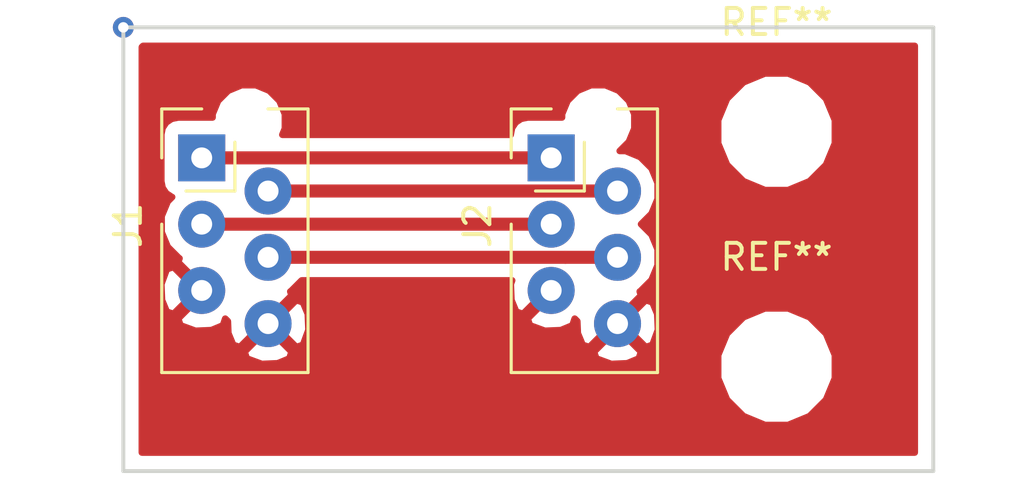
<source format=kicad_pcb>
(kicad_pcb (version 20171130) (host pcbnew 5.0.2-bee76a0~70~ubuntu18.04.1)

  (general
    (thickness 1.6)
    (drawings 4)
    (tracks 6)
    (zones 0)
    (modules 4)
    (nets 6)
  )

  (page A4)
  (layers
    (0 F.Cu signal)
    (31 B.Cu signal)
    (32 B.Adhes user)
    (33 F.Adhes user)
    (34 B.Paste user)
    (35 F.Paste user)
    (36 B.SilkS user)
    (37 F.SilkS user)
    (38 B.Mask user)
    (39 F.Mask user)
    (40 Dwgs.User user)
    (41 Cmts.User user)
    (42 Eco1.User user)
    (43 Eco2.User user)
    (44 Edge.Cuts user)
    (45 Margin user)
    (46 B.CrtYd user)
    (47 F.CrtYd user)
    (48 B.Fab user)
    (49 F.Fab user)
  )

  (setup
    (last_trace_width 0.25)
    (trace_clearance 0.2)
    (zone_clearance 0.508)
    (zone_45_only no)
    (trace_min 0.2)
    (segment_width 0.2)
    (edge_width 0.15)
    (via_size 0.8)
    (via_drill 0.4)
    (via_min_size 0.4)
    (via_min_drill 0.3)
    (uvia_size 0.3)
    (uvia_drill 0.1)
    (uvias_allowed no)
    (uvia_min_size 0.2)
    (uvia_min_drill 0.1)
    (pcb_text_width 0.3)
    (pcb_text_size 1.5 1.5)
    (mod_edge_width 0.15)
    (mod_text_size 1 1)
    (mod_text_width 0.15)
    (pad_size 1.524 1.524)
    (pad_drill 0.762)
    (pad_to_mask_clearance 0.051)
    (solder_mask_min_width 0.25)
    (aux_axis_origin 0 0)
    (visible_elements FFFFFF7F)
    (pcbplotparams
      (layerselection 0x01000_7fffffff)
      (usegerberextensions false)
      (usegerberattributes false)
      (usegerberadvancedattributes false)
      (creategerberjobfile false)
      (excludeedgelayer true)
      (linewidth 0.100000)
      (plotframeref false)
      (viasonmask false)
      (mode 1)
      (useauxorigin false)
      (hpglpennumber 1)
      (hpglpenspeed 20)
      (hpglpendiameter 15.000000)
      (psnegative false)
      (psa4output false)
      (plotreference true)
      (plotvalue true)
      (plotinvisibletext false)
      (padsonsilk false)
      (subtractmaskfromsilk false)
      (outputformat 1)
      (mirror false)
      (drillshape 0)
      (scaleselection 1)
      (outputdirectory "grb/"))
  )

  (net 0 "")
  (net 1 GND)
  (net 2 /SCK)
  (net 3 /SDO)
  (net 4 /SS)
  (net 5 /SDI)

  (net_class Default "This is the default net class."
    (clearance 0.2)
    (trace_width 0.25)
    (via_dia 0.8)
    (via_drill 0.4)
    (uvia_dia 0.3)
    (uvia_drill 0.1)
    (add_net /SCK)
    (add_net /SDI)
    (add_net /SDO)
    (add_net /SS)
    (add_net GND)
  )

  (module custom_lib:TE-Connectivity_Micro-Match_connector_02x03_Pitch_1.27mm (layer F.Cu) (tedit 59BA7DB1) (tstamp 5E3FDC03)
    (at 3 5.000001)
    (descr "TE-Connectivity Micro-Match connector, female, 02x02, board mount, 1.27mm pitch, 215079-6")
    (tags "connector, TE-Connectivity, female")
    (path /5E297B02)
    (fp_text reference J1 (at -2.8205 2.5875 90) (layer F.SilkS)
      (effects (font (size 1 1) (thickness 0.15)))
    )
    (fp_text value Conn_01x06_Female (at 0 9.8) (layer F.Fab)
      (effects (font (size 1 1) (thickness 0.15)))
    )
    (fp_line (start -1.8 8.725) (end -1.8 -2.475) (layer F.CrtYd) (width 0.05))
    (fp_line (start -1.8 8.725) (end 4.4 8.725) (layer F.CrtYd) (width 0.05))
    (fp_line (start -1.53 2.54) (end -1.53 8.225) (layer F.SilkS) (width 0.12))
    (fp_line (start -1.33 -1.675) (end -1.33 8.025) (layer F.Fab) (width 0.1))
    (fp_line (start -1.33 8.025) (end 3.87 8.025) (layer F.Fab) (width 0.1))
    (fp_line (start 3.87 -1.675) (end 3.87 8.025) (layer F.Fab) (width 0.1))
    (fp_line (start -1.33 -1.675) (end 3.87 -1.675) (layer F.Fab) (width 0.1))
    (fp_line (start -1.53 8.225) (end 4.07 8.225) (layer F.SilkS) (width 0.12))
    (fp_line (start 4.07 -1.875) (end 4.07 8.225) (layer F.SilkS) (width 0.12))
    (fp_line (start 2.54 -1.875) (end 4.07 -1.875) (layer F.SilkS) (width 0.12))
    (fp_line (start 1.27 -0.6) (end 1.27 1.27) (layer F.SilkS) (width 0.12))
    (fp_line (start 1.27 1.27) (end -0.6 1.27) (layer F.SilkS) (width 0.12))
    (fp_line (start -1.53 0) (end -1.53 -1.875) (layer F.SilkS) (width 0.12))
    (fp_line (start -1.53 -1.875) (end 0 -1.875) (layer F.SilkS) (width 0.12))
    (fp_line (start 4.4 8.725) (end 4.4 -2.475) (layer F.CrtYd) (width 0.05))
    (fp_line (start -1.8 -2.475) (end 4.4 -2.475) (layer F.CrtYd) (width 0.05))
    (fp_text user %R (at -2.8205 2.5875 90) (layer F.Fab)
      (effects (font (size 1 1) (thickness 0.15)))
    )
    (pad 6 thru_hole circle (at 2.54 6.35) (size 1.8 1.8) (drill 0.8001) (layers *.Cu *.Mask)
      (net 1 GND))
    (pad 5 thru_hole circle (at 0 5.08) (size 1.8 1.8) (drill 0.8001) (layers *.Cu *.Mask)
      (net 1 GND))
    (pad 1 thru_hole rect (at 0 0) (size 1.8 1.8) (drill 0.8001) (layers *.Cu *.Mask)
      (net 2 /SCK))
    (pad 2 thru_hole circle (at 2.54 1.27) (size 1.8 1.8) (drill 0.8001) (layers *.Cu *.Mask)
      (net 3 /SDO))
    (pad 3 thru_hole circle (at 0 2.54) (size 1.8 1.8) (drill 0.8001) (layers *.Cu *.Mask)
      (net 4 /SS))
    (pad 4 thru_hole circle (at 2.54 3.81) (size 1.8 1.8) (drill 0.8001) (layers *.Cu *.Mask)
      (net 5 /SDI))
    (pad "" np_thru_hole circle (at 1.8 -1.4) (size 1.5001 1.5001) (drill 1.5001) (layers *.Cu *.Mask))
    (model ../../_3Dmodels/Connectors_TE-Connectivity.3dshapes/c-215079-4-t-3d.wrl
      (at (xyz 0 0 0))
      (scale (xyz 1 1 1))
      (rotate (xyz 0 0 0))
    )
  )

  (module custom_lib:TE-Connectivity_Micro-Match_connector_02x03_Pitch_1.27mm (layer F.Cu) (tedit 59BA7DB1) (tstamp 5E3FDD15)
    (at 16.375001 5.000001)
    (descr "TE-Connectivity Micro-Match connector, female, 02x02, board mount, 1.27mm pitch, 215079-6")
    (tags "connector, TE-Connectivity, female")
    (path /5E297BF8)
    (fp_text reference J2 (at -2.8205 2.5875 90) (layer F.SilkS)
      (effects (font (size 1 1) (thickness 0.15)))
    )
    (fp_text value Conn_01x06_Female (at 0 9.8) (layer F.Fab)
      (effects (font (size 1 1) (thickness 0.15)))
    )
    (fp_text user %R (at -2.8205 2.5875 90) (layer F.Fab)
      (effects (font (size 1 1) (thickness 0.15)))
    )
    (fp_line (start -1.8 -2.475) (end 4.4 -2.475) (layer F.CrtYd) (width 0.05))
    (fp_line (start 4.4 8.725) (end 4.4 -2.475) (layer F.CrtYd) (width 0.05))
    (fp_line (start -1.53 -1.875) (end 0 -1.875) (layer F.SilkS) (width 0.12))
    (fp_line (start -1.53 0) (end -1.53 -1.875) (layer F.SilkS) (width 0.12))
    (fp_line (start 1.27 1.27) (end -0.6 1.27) (layer F.SilkS) (width 0.12))
    (fp_line (start 1.27 -0.6) (end 1.27 1.27) (layer F.SilkS) (width 0.12))
    (fp_line (start 2.54 -1.875) (end 4.07 -1.875) (layer F.SilkS) (width 0.12))
    (fp_line (start 4.07 -1.875) (end 4.07 8.225) (layer F.SilkS) (width 0.12))
    (fp_line (start -1.53 8.225) (end 4.07 8.225) (layer F.SilkS) (width 0.12))
    (fp_line (start -1.33 -1.675) (end 3.87 -1.675) (layer F.Fab) (width 0.1))
    (fp_line (start 3.87 -1.675) (end 3.87 8.025) (layer F.Fab) (width 0.1))
    (fp_line (start -1.33 8.025) (end 3.87 8.025) (layer F.Fab) (width 0.1))
    (fp_line (start -1.33 -1.675) (end -1.33 8.025) (layer F.Fab) (width 0.1))
    (fp_line (start -1.53 2.54) (end -1.53 8.225) (layer F.SilkS) (width 0.12))
    (fp_line (start -1.8 8.725) (end 4.4 8.725) (layer F.CrtYd) (width 0.05))
    (fp_line (start -1.8 8.725) (end -1.8 -2.475) (layer F.CrtYd) (width 0.05))
    (pad "" np_thru_hole circle (at 1.8 -1.4) (size 1.5001 1.5001) (drill 1.5001) (layers *.Cu *.Mask))
    (pad 4 thru_hole circle (at 2.54 3.81) (size 1.8 1.8) (drill 0.8001) (layers *.Cu *.Mask)
      (net 5 /SDI))
    (pad 3 thru_hole circle (at 0 2.54) (size 1.8 1.8) (drill 0.8001) (layers *.Cu *.Mask)
      (net 4 /SS))
    (pad 2 thru_hole circle (at 2.54 1.27) (size 1.8 1.8) (drill 0.8001) (layers *.Cu *.Mask)
      (net 3 /SDO))
    (pad 1 thru_hole rect (at 0 0) (size 1.8 1.8) (drill 0.8001) (layers *.Cu *.Mask)
      (net 2 /SCK))
    (pad 5 thru_hole circle (at 0 5.08) (size 1.8 1.8) (drill 0.8001) (layers *.Cu *.Mask)
      (net 1 GND))
    (pad 6 thru_hole circle (at 2.54 6.35) (size 1.8 1.8) (drill 0.8001) (layers *.Cu *.Mask)
      (net 1 GND))
    (model ../../_3Dmodels/Connectors_TE-Connectivity.3dshapes/c-215079-4-t-3d.wrl
      (at (xyz 0 0 0))
      (scale (xyz 1 1 1))
      (rotate (xyz 0 0 0))
    )
  )

  (module MountingHole:MountingHole_3.2mm_M3 (layer F.Cu) (tedit 56D1B4CB) (tstamp 5E3FE1B4)
    (at 25 4)
    (descr "Mounting Hole 3.2mm, no annular, M3")
    (tags "mounting hole 3.2mm no annular m3")
    (attr virtual)
    (fp_text reference REF** (at 0 -4.2) (layer F.SilkS)
      (effects (font (size 1 1) (thickness 0.15)))
    )
    (fp_text value MountingHole_3.2mm_M3 (at 0 4.2) (layer F.Fab)
      (effects (font (size 1 1) (thickness 0.15)))
    )
    (fp_circle (center 0 0) (end 3.45 0) (layer F.CrtYd) (width 0.05))
    (fp_circle (center 0 0) (end 3.2 0) (layer Cmts.User) (width 0.15))
    (fp_text user %R (at 0.3 0) (layer F.Fab)
      (effects (font (size 1 1) (thickness 0.15)))
    )
    (pad 1 np_thru_hole circle (at 0 0) (size 3.2 3.2) (drill 3.2) (layers *.Cu *.Mask))
  )

  (module MountingHole:MountingHole_3.2mm_M3 (layer F.Cu) (tedit 56D1B4CB) (tstamp 5E3FE1C3)
    (at 25 13)
    (descr "Mounting Hole 3.2mm, no annular, M3")
    (tags "mounting hole 3.2mm no annular m3")
    (attr virtual)
    (fp_text reference REF** (at 0 -4.2) (layer F.SilkS)
      (effects (font (size 1 1) (thickness 0.15)))
    )
    (fp_text value MountingHole_3.2mm_M3 (at 0 4.2) (layer F.Fab)
      (effects (font (size 1 1) (thickness 0.15)))
    )
    (fp_circle (center 0 0) (end 3.45 0) (layer F.CrtYd) (width 0.05))
    (fp_circle (center 0 0) (end 3.2 0) (layer Cmts.User) (width 0.15))
    (fp_text user %R (at 0.3 0) (layer F.Fab)
      (effects (font (size 1 1) (thickness 0.15)))
    )
    (pad 1 np_thru_hole circle (at 0 0) (size 3.2 3.2) (drill 3.2) (layers *.Cu *.Mask))
  )

  (gr_line (start 0 17) (end 0 0) (layer Edge.Cuts) (width 0.15))
  (gr_line (start 31 17) (end 0 17) (layer Edge.Cuts) (width 0.15))
  (gr_line (start 31 0) (end 31 17) (layer Edge.Cuts) (width 0.15))
  (gr_line (start 0 0) (end 31 0) (layer Edge.Cuts) (width 0.15))

  (via (at 0 0) (size 0.8) (drill 0.4) (layers F.Cu B.Cu) (net 0))
  (segment (start 3 5.000001) (end 16.375001 5.000001) (width 0.5) (layer F.Cu) (net 2))
  (segment (start 5.54 6.270001) (end 18.915001 6.270001) (width 0.5) (layer F.Cu) (net 3))
  (segment (start 3 7.540001) (end 16.375001 7.540001) (width 0.5) (layer F.Cu) (net 4))
  (segment (start 16.918003 8.810001) (end 18.915001 8.810001) (width 0.5) (layer F.Cu) (net 5))
  (segment (start 5.54 8.810001) (end 16.918003 8.810001) (width 0.5) (layer F.Cu) (net 5))

  (zone (net 1) (net_name GND) (layer F.Cu) (tstamp 0) (hatch edge 0.508)
    (connect_pads (clearance 0.508))
    (min_thickness 0.254)
    (fill yes (arc_segments 16) (thermal_gap 0.508) (thermal_bridge_width 0.508))
    (polygon
      (pts
        (xy 0 0) (xy 31 0) (xy 31 17) (xy 0 17)
      )
    )
    (filled_polygon
      (pts
        (xy 30.290001 16.29) (xy 0.71 16.29) (xy 0.71 12.43016) (xy 4.639446 12.43016) (xy 4.725852 12.686644)
        (xy 5.299336 12.896459) (xy 5.90946 12.87084) (xy 6.354148 12.686644) (xy 6.440554 12.43016) (xy 18.014447 12.43016)
        (xy 18.100853 12.686644) (xy 18.674337 12.896459) (xy 19.284461 12.87084) (xy 19.729149 12.686644) (xy 19.773352 12.555431)
        (xy 22.765 12.555431) (xy 22.765 13.444569) (xy 23.105259 14.266026) (xy 23.733974 14.894741) (xy 24.555431 15.235)
        (xy 25.444569 15.235) (xy 26.266026 14.894741) (xy 26.894741 14.266026) (xy 27.235 13.444569) (xy 27.235 12.555431)
        (xy 26.894741 11.733974) (xy 26.266026 11.105259) (xy 25.444569 10.765) (xy 24.555431 10.765) (xy 23.733974 11.105259)
        (xy 23.105259 11.733974) (xy 22.765 12.555431) (xy 19.773352 12.555431) (xy 19.815555 12.43016) (xy 18.915001 11.529606)
        (xy 18.014447 12.43016) (xy 6.440554 12.43016) (xy 5.54 11.529606) (xy 4.639446 12.43016) (xy 0.71 12.43016)
        (xy 0.71 9.839337) (xy 1.453542 9.839337) (xy 1.479161 10.449461) (xy 1.663357 10.894149) (xy 1.919841 10.980555)
        (xy 2.820395 10.080001) (xy 1.919841 9.179447) (xy 1.663357 9.265853) (xy 1.453542 9.839337) (xy 0.71 9.839337)
        (xy 0.71 4.100001) (xy 1.45256 4.100001) (xy 1.45256 5.900001) (xy 1.501843 6.147766) (xy 1.642191 6.35781)
        (xy 1.852235 6.498158) (xy 1.867908 6.501276) (xy 1.69869 6.670494) (xy 1.465 7.234671) (xy 1.465 7.845331)
        (xy 1.69869 8.409508) (xy 2.130493 8.841311) (xy 2.150115 8.849439) (xy 2.099446 8.999842) (xy 3 9.900396)
        (xy 3.014143 9.886254) (xy 3.193748 10.065859) (xy 3.179605 10.080001) (xy 3.193748 10.094144) (xy 3.014143 10.273749)
        (xy 3 10.259606) (xy 2.099446 11.16016) (xy 2.185852 11.416644) (xy 2.759336 11.626459) (xy 3.36946 11.60084)
        (xy 3.814148 11.416644) (xy 3.900553 11.160162) (xy 3.999845 11.259454) (xy 4.019161 11.719461) (xy 4.203357 12.164149)
        (xy 4.459841 12.250555) (xy 5.360395 11.350001) (xy 5.719605 11.350001) (xy 6.620159 12.250555) (xy 6.876643 12.164149)
        (xy 7.086458 11.590665) (xy 7.060839 10.980541) (xy 6.876643 10.535853) (xy 6.620159 10.449447) (xy 5.719605 11.350001)
        (xy 5.360395 11.350001) (xy 5.346253 11.335859) (xy 5.525858 11.156254) (xy 5.54 11.170396) (xy 6.440554 10.269842)
        (xy 6.389885 10.119439) (xy 6.409507 10.111311) (xy 6.825817 9.695001) (xy 14.88135 9.695001) (xy 14.828543 9.839337)
        (xy 14.854162 10.449461) (xy 15.038358 10.894149) (xy 15.294842 10.980555) (xy 16.195396 10.080001) (xy 16.181254 10.065859)
        (xy 16.360859 9.886254) (xy 16.375001 9.900396) (xy 16.389144 9.886254) (xy 16.568749 10.065859) (xy 16.554606 10.080001)
        (xy 16.568749 10.094144) (xy 16.389144 10.273749) (xy 16.375001 10.259606) (xy 15.474447 11.16016) (xy 15.560853 11.416644)
        (xy 16.134337 11.626459) (xy 16.744461 11.60084) (xy 17.189149 11.416644) (xy 17.275554 11.160162) (xy 17.374846 11.259454)
        (xy 17.394162 11.719461) (xy 17.578358 12.164149) (xy 17.834842 12.250555) (xy 18.735396 11.350001) (xy 19.094606 11.350001)
        (xy 19.99516 12.250555) (xy 20.251644 12.164149) (xy 20.461459 11.590665) (xy 20.43584 10.980541) (xy 20.251644 10.535853)
        (xy 19.99516 10.449447) (xy 19.094606 11.350001) (xy 18.735396 11.350001) (xy 18.721254 11.335859) (xy 18.900859 11.156254)
        (xy 18.915001 11.170396) (xy 19.815555 10.269842) (xy 19.764886 10.119439) (xy 19.784508 10.111311) (xy 20.216311 9.679508)
        (xy 20.450001 9.115331) (xy 20.450001 8.504671) (xy 20.216311 7.940494) (xy 19.815818 7.540001) (xy 20.216311 7.139508)
        (xy 20.450001 6.575331) (xy 20.450001 5.964671) (xy 20.216311 5.400494) (xy 19.784508 4.968691) (xy 19.220331 4.735001)
        (xy 18.998758 4.735001) (xy 19.34919 4.384569) (xy 19.560051 3.875505) (xy 19.560051 3.555431) (xy 22.765 3.555431)
        (xy 22.765 4.444569) (xy 23.105259 5.266026) (xy 23.733974 5.894741) (xy 24.555431 6.235) (xy 25.444569 6.235)
        (xy 26.266026 5.894741) (xy 26.894741 5.266026) (xy 27.235 4.444569) (xy 27.235 3.555431) (xy 26.894741 2.733974)
        (xy 26.266026 2.105259) (xy 25.444569 1.765) (xy 24.555431 1.765) (xy 23.733974 2.105259) (xy 23.105259 2.733974)
        (xy 22.765 3.555431) (xy 19.560051 3.555431) (xy 19.560051 3.324497) (xy 19.34919 2.815433) (xy 18.959569 2.425812)
        (xy 18.450505 2.214951) (xy 17.899497 2.214951) (xy 17.390433 2.425812) (xy 17.000812 2.815433) (xy 16.789951 3.324497)
        (xy 16.789951 3.452561) (xy 15.475001 3.452561) (xy 15.227236 3.501844) (xy 15.017192 3.642192) (xy 14.876844 3.852236)
        (xy 14.827561 4.100001) (xy 14.827561 4.115001) (xy 6.085848 4.115001) (xy 6.18505 3.875505) (xy 6.18505 3.324497)
        (xy 5.974189 2.815433) (xy 5.584568 2.425812) (xy 5.075504 2.214951) (xy 4.524496 2.214951) (xy 4.015432 2.425812)
        (xy 3.625811 2.815433) (xy 3.41495 3.324497) (xy 3.41495 3.452561) (xy 2.1 3.452561) (xy 1.852235 3.501844)
        (xy 1.642191 3.642192) (xy 1.501843 3.852236) (xy 1.45256 4.100001) (xy 0.71 4.100001) (xy 0.71 0.753711)
        (xy 0.753711 0.71) (xy 30.29 0.71)
      )
    )
  )
)

</source>
